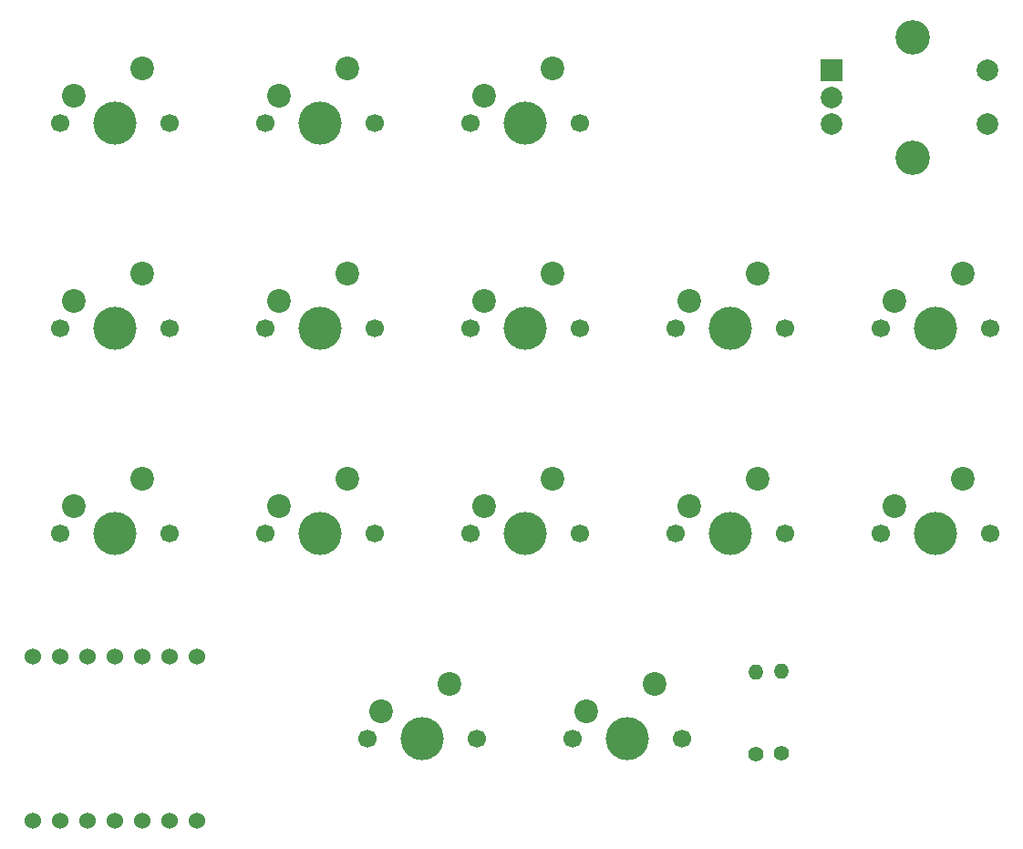
<source format=gbr>
%TF.GenerationSoftware,KiCad,Pcbnew,9.0.0*%
%TF.CreationDate,2025-04-11T15:20:30-07:00*%
%TF.ProjectId,hackpad,6861636b-7061-4642-9e6b-696361645f70,rev?*%
%TF.SameCoordinates,Original*%
%TF.FileFunction,Soldermask,Bot*%
%TF.FilePolarity,Negative*%
%FSLAX46Y46*%
G04 Gerber Fmt 4.6, Leading zero omitted, Abs format (unit mm)*
G04 Created by KiCad (PCBNEW 9.0.0) date 2025-04-11 15:20:30*
%MOMM*%
%LPD*%
G01*
G04 APERTURE LIST*
%ADD10C,1.700000*%
%ADD11C,4.000000*%
%ADD12C,2.200000*%
%ADD13C,1.400000*%
%ADD14O,1.400000X1.400000*%
%ADD15C,1.524000*%
%ADD16R,2.000000X2.000000*%
%ADD17C,2.000000*%
%ADD18C,3.200000*%
G04 APERTURE END LIST*
D10*
%TO.C,SW5*%
X99695000Y-80962500D03*
D11*
X104775000Y-80962500D03*
D10*
X109855000Y-80962500D03*
D12*
X107315000Y-75882500D03*
X100965000Y-78422500D03*
%TD*%
D10*
%TO.C,SW7*%
X118745000Y-100012500D03*
D11*
X123825000Y-100012500D03*
D10*
X128905000Y-100012500D03*
D12*
X126365000Y-94932500D03*
X120015000Y-97472500D03*
%TD*%
D10*
%TO.C,SW14*%
X156845000Y-119062500D03*
D11*
X161925000Y-119062500D03*
D10*
X167005000Y-119062500D03*
D12*
X164465000Y-113982500D03*
X158115000Y-116522500D03*
%TD*%
D10*
%TO.C,SW1*%
X99695000Y-100012500D03*
D11*
X104775000Y-100012500D03*
D10*
X109855000Y-100012500D03*
D12*
X107315000Y-94932500D03*
X100965000Y-97472500D03*
%TD*%
D10*
%TO.C,SW12*%
X118745000Y-119062500D03*
D11*
X123825000Y-119062500D03*
D10*
X128905000Y-119062500D03*
D12*
X126365000Y-113982500D03*
X120015000Y-116522500D03*
%TD*%
D10*
%TO.C,SW16*%
X128270000Y-138112500D03*
D11*
X133350000Y-138112500D03*
D10*
X138430000Y-138112500D03*
D12*
X135890000Y-133032500D03*
X129540000Y-135572500D03*
%TD*%
D10*
%TO.C,SW15*%
X109220000Y-138112500D03*
D11*
X114300000Y-138112500D03*
D10*
X119380000Y-138112500D03*
D12*
X116840000Y-133032500D03*
X110490000Y-135572500D03*
%TD*%
D10*
%TO.C,SW10*%
X80645000Y-119062500D03*
D11*
X85725000Y-119062500D03*
D10*
X90805000Y-119062500D03*
D12*
X88265000Y-113982500D03*
X81915000Y-116522500D03*
%TD*%
D10*
%TO.C,SW11*%
X156845000Y-100012500D03*
D11*
X161925000Y-100012500D03*
D10*
X167005000Y-100012500D03*
D12*
X164465000Y-94932500D03*
X158115000Y-97472500D03*
%TD*%
D10*
%TO.C,SW2*%
X80645000Y-100012500D03*
D11*
X85725000Y-100012500D03*
D10*
X90805000Y-100012500D03*
D12*
X88265000Y-94932500D03*
X81915000Y-97472500D03*
%TD*%
D13*
%TO.C,R1*%
X147637500Y-139500000D03*
D14*
X147637500Y-131880000D03*
%TD*%
D13*
%TO.C,R2*%
X145256250Y-139541250D03*
D14*
X145256250Y-131921250D03*
%TD*%
D10*
%TO.C,SW13*%
X137795000Y-119062500D03*
D11*
X142875000Y-119062500D03*
D10*
X147955000Y-119062500D03*
D12*
X145415000Y-113982500D03*
X139065000Y-116522500D03*
%TD*%
D10*
%TO.C,SW9*%
X99695000Y-119062500D03*
D11*
X104775000Y-119062500D03*
D10*
X109855000Y-119062500D03*
D12*
X107315000Y-113982500D03*
X100965000Y-116522500D03*
%TD*%
D10*
%TO.C,SW8*%
X137795000Y-100012500D03*
D11*
X142875000Y-100012500D03*
D10*
X147955000Y-100012500D03*
D12*
X145415000Y-94932500D03*
X139065000Y-97472500D03*
%TD*%
D10*
%TO.C,SW3*%
X118745000Y-80962500D03*
D11*
X123825000Y-80962500D03*
D10*
X128905000Y-80962500D03*
D12*
X126365000Y-75882500D03*
X120015000Y-78422500D03*
%TD*%
D10*
%TO.C,SW4*%
X80645000Y-80962500D03*
D11*
X85725000Y-80962500D03*
D10*
X90805000Y-80962500D03*
D12*
X88265000Y-75882500D03*
X81915000Y-78422500D03*
%TD*%
D15*
%TO.C,U1*%
X78105000Y-145732500D03*
X80645000Y-145732500D03*
X83185000Y-145732500D03*
X85725000Y-145732500D03*
X88265000Y-145732500D03*
X90805000Y-145732500D03*
X93345000Y-145732500D03*
X93345000Y-130492500D03*
X90805000Y-130492500D03*
X88265000Y-130492500D03*
X85725000Y-130492500D03*
X83185000Y-130492500D03*
X80645000Y-130492500D03*
X78105000Y-130492500D03*
%TD*%
D16*
%TO.C,SW6*%
X152293750Y-76081250D03*
D17*
X152293750Y-81081250D03*
X152293750Y-78581250D03*
D18*
X159793750Y-72981250D03*
X159793750Y-84181250D03*
D17*
X166793750Y-81081250D03*
X166793750Y-76081250D03*
%TD*%
M02*

</source>
